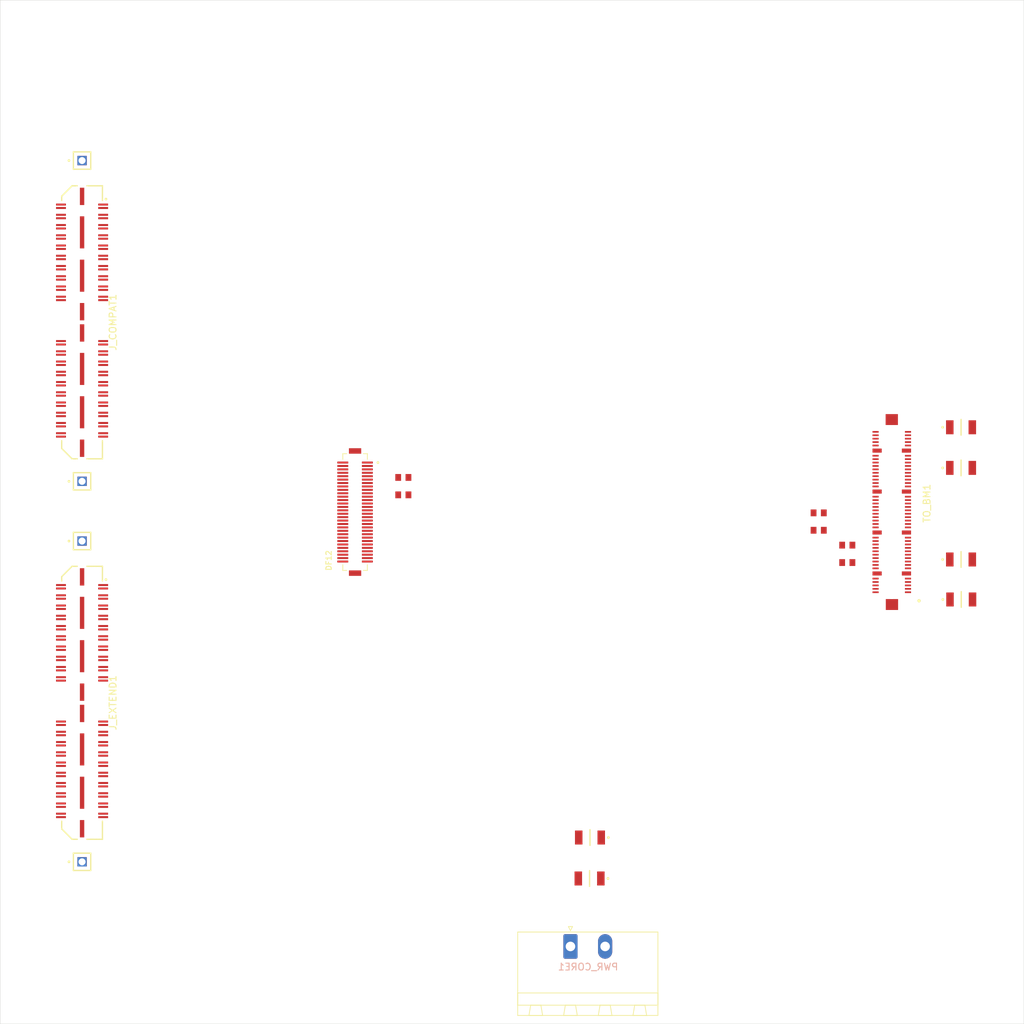
<source format=kicad_pcb>
(kicad_pcb (version 20241229) (generator "pcbnew") (generator_version "9.0")
  (layers (0 "F.Cu" signal) (2 "B.Cu" signal) (13 "F.Paste" user) (15 "B.Paste" user) (5 "F.SilkS" user "F.Silkscreen") (7 "B.SilkS" user "B.Silkscreen") (1 "F.Mask" user) (3 "B.Mask" user) (25 "Edge.Cuts" user))
  (net 0 "")
  (net 1 "VDD")
  (net 2 "GND")
  (net 3 "/S2_CLK320_P")
  (net 4 "/S1_DAQ_X1_N")
  (net 5 "/S2_TRIG_1_N")
  (net 6 "/S1_TRIG_1_N")
  (net 7 "/S1_CLK320_P")
  (net 8 "/S1_TRIG_3_P")
  (net 9 "/S1_DAQ_X1_P")
  (net 10 "/S1_ERR")
  (net 11 "/S1_TRIG_0_N")
  (net 12 "/DF12_RTD")
  (net 13 "/DF12_S1_PROBE_DC")
  (net 14 "/DF12_I2C_SCL")
  (net 15 "/DF12_S2_HGCROC_RE_SB")
  (net 16 "/S2_FCMD_N")
  (net 17 "/DF12_PG_LDO")
  (net 18 "/S1_DAQ_X0_P")
  (net 19 "/DF12_S2_PROBE_DC")
  (net 20 "/S2_CLK320_N")
  (net 21 "/S1_CLK320_N")
  (net 22 "/S2_FCMD_P")
  (net 23 "/DF12_I2C_SDA")
  (net 24 "/S1_FCMD_N")
  (net 25 "/S1_TRIG_2_P")
  (net 26 "/S2_TRIG_0_P")
  (net 27 "/DF12_S1_HGCROC_RE_SB")
  (net 28 "/S2_DAQ_X0_N")
  (net 29 "/S1_TRIG_1_P")
  (net 30 "/DF12_VMON_LVS")
  (net 31 "/S2_DAQ_X0_P")
  (net 32 "/S2_TRIG_0_N")
  (net 33 "/S1_TRIG_2_N")
  (net 34 "/DF12_RTD_REF")
  (net 35 "/S1_TRIG_3_N")
  (net 36 "/S1_DAQ_X0_N")
  (net 37 "/DF12_PWR_EN_LDO")
  (net 38 "/S2_ERR")
  (net 39 "/DF12_HGCROC_RE_HB")
  (net 40 "/S2_TRIG_1_P")
  (net 41 "/S1_TRIG_0_P")
  (net 42 "/S1_FCMD_P")
  (net 44 "/VBRD")
  (net 47 "/HS_22_N")
  (net 49 "/HS_07_N")
  (net 51 "/HS_18_N")
  (net 52 "/HS_28_N")
  (net 56 "/HS_21_P")
  (net 57 "/HS_22_P")
  (net 59 "/HS_03_P")
  (net 64 "/HS_28_P")
  (net 65 "/HS_09_P")
  (net 70 "/HS_04_N")
  (net 71 "/ECON_D_RESET_B")
  (net 72 "/HS_24_P")
  (net 73 "/S3_PWR_PG")
  (net 74 "/HS_24_N")
  (net 75 "/HS_20_N")
  (net 77 "/ECON_D_SOFT_RESET_B")
  (net 78 "/HS_27_N")
  (net 79 "/HS_20_P")
  (net 81 "/HS_06_N")
  (net 82 "/HS_04_P")
  (net 83 "/ECON_T_RESET_B")
  (net 85 "/HS_23_P")
  (net 86 "/S3_PWR_EN")
  (net 89 "/HS_03_N")
  (net 90 "/HS_06_P")
  (net 91 "/HS_08_N")
  (net 92 "/HS_18_P")
  (net 93 "/HS_08_P")
  (net 94 "/HS_09_N")
  (net 95 "/HS_21_N")
  (net 98 "/HS_23_N")
  (net 99 "/HS_27_P")
  (net 100 "/ECON_T_SOFT_RESET_B")
  (net 101 "/HS_07_P")
  (net 104 "/HS_14_P")
  (net 105 "/HS_02_P")
  (net 109 "/BM28_I2C_SDA")
  (net 110 "/HS_12_N")
  (net 111 "/VADJ")
  (net 112 "/3V3D")
  (net 113 "/BM28_S1_HGCROC_RE_SB")
  (net 115 "/BM28_I2C_SCL")
  (net 117 "/HS_05_P")
  (net 119 "/ECON_D_ERROR_B")
  (net 120 "/HS_14_N")
  (net 121 "/BM28_VMON_LVS")
  (net 126 "/HS_11_N")
  (net 127 "/BM28_PWR_EN_LDO")
  (net 130 "/BM28_PROBE_DC")
  (net 131 "/HS_12_P")
  (net 133 "/HS_10_N")
  (net 134 "/BM28_RTD")
  (net 135 "/BM28_HGCROC_RE_HB")
  (net 138 "/HS_01_N")
  (net 139 "/HS_11_P")
  (net 147 "/HS_05_N")
  (net 155 "/BM28_PG_LDO")
  (net 156 "/HS_01_P")
  (net 162 "/HS_02_N")
  (net 163 "/HS_10_P")
  (net 164 "/MGND")
  (net 165 "/BM28_S2_HGCROC_RE_SB")
  (net 166 "/BM28_RTD_REF")
  (net 167 "/TEST_0_P")
  (net 169 "/ECON_D_DAQ_OUT_P")
  (net 170 "/MUX1")
  (net 171 "/CLK320_IN_N")
  (net 172 "/TEST_0_N")
  (net 175 "/ECON_T_TRIG_OUT_0_P")
  (net 176 "/FCMD_IN_P")
  (net 177 "/ECON_T_TRIG_OUT_1_N")
  (net 180 "/ECON_T_TRIG_OUT_1_P")
  (net 181 "/TEST_IO")
  (net 182 "/CLK320_IN_P")
  (net 185 "/ECON_T_TRIG_OUT_0_N")
  (net 186 "/MUX0")
  (net 187 "/FCMD_IN_N")
  (net 188 "/ECON_D_DAQ_OUT_N")
  (footprint "PCMFootprints:22uF_Capacitor" (layer "F.Cu") (at 213 96.09)
    (property "Reference" "C2" (hide yes))
    (property "Value" "22uF" (hide yes))
    (pad "1" smd rect (at -1.65 0) (size 1.1 2.05) (layers "F.Cu" "F.Mask" "F.Paste") (net 1 "VDD"))
    (pad "2" smd rect (at 1.65 0) (size 1.1 2.05) (layers "F.Cu" "F.Mask" "F.Paste") (net 2 "GND"))
  )
  (footprint "PCMFootprints:RESC1608X50N" (layer "F.Cu") (at 196.33 93.99 180)
    (property "Reference" "R4" (hide yes))
    (property "Value" "ERJ-3EKF1002V" (hide yes))
    (pad "1" smd rect (at -0.75 0 180) (size 0.85 1) (layers "F.Cu" "F.Mask" "F.Paste") (net 83 "/ECON_T_RESET_B"))
    (pad "2" smd rect (at 0.75 0 180) (size 0.85 1) (layers "F.Cu" "F.Mask" "F.Paste") (net 1 "VDD"))
  )
  (footprint "Library:SAMTEC_QTH-040-01-L-D-DP-A" (layer "F.Cu") (at 84.21 61.34 -90)
    (property "Reference" "J_COMPAT1" (at 0 -4.515 90) (layer "F.SilkS"))
    (property "Value" "Samtec QTH-040")
    (pad "" np_thru_hole circle (at -19.24 -2.03 270) (size 1.02 1.02) (drill 1.02) (layers "*.Cu" "*.Mask"))
    (pad "" np_thru_hole circle (at 19.24 -2.03 270) (size 1.02 1.02) (drill 1.02) (layers "*.Cu" "*.Mask"))
    (pad "1" smd rect (at -17.25 -3.09 270) (size 0.3 1.45) (layers "F.Cu" "F.Mask" "F.Paste"))
    (pad "2" smd rect (at -17.25 3.09 270) (size 0.3 1.45) (layers "F.Cu" "F.Mask" "F.Paste") (net 2 "GND"))
    (pad "3" smd rect (at -16.75 -3.09 270) (size 0.3 1.45) (layers "F.Cu" "F.Mask" "F.Paste"))
    (pad "4" smd rect (at -16.75 3.09 270) (size 0.3 1.45) (layers "F.Cu" "F.Mask" "F.Paste") (net 2 "GND"))
    (pad "5" smd rect (at -15.75 -3.09 270) (size 0.3 1.45) (layers "F.Cu" "F.Mask" "F.Paste"))
    (pad "6" smd rect (at -15.75 3.09 270) (size 0.3 1.45) (layers "F.Cu" "F.Mask" "F.Paste") (net 44 "/VBRD"))
    (pad "7" smd rect (at -15.25 -3.09 270) (size 0.3 1.45) (layers "F.Cu" "F.Mask" "F.Paste"))
    (pad "8" smd rect (at -15.25 3.09 270) (size 0.3 1.45) (layers "F.Cu" "F.Mask" "F.Paste") (net 44 "/VBRD"))
    (pad "9" smd rect (at -14.25 -3.09 270) (size 0.3 1.45) (layers "F.Cu" "F.Mask" "F.Paste"))
    (pad "10" smd rect (at -14.25 3.09 270) (size 0.3 1.45) (layers "F.Cu" "F.Mask" "F.Paste") (net 44 "/VBRD"))
    (pad "11" smd rect (at -13.75 -3.09 270) (size 0.3 1.45) (layers "F.Cu" "F.Mask" "F.Paste"))
    (pad "12" smd rect (at -13.75 3.09 270) (size 0.3 1.45) (layers "F.Cu" "F.Mask" "F.Paste") (net 44 "/VBRD"))
    (pad "13" smd rect (at -12.75 -3.09 270) (size 0.3 1.45) (layers "F.Cu" "F.Mask" "F.Paste") (net 2 "GND"))
    (pad "14" smd rect (at -12.75 3.09 270) (size 0.3 1.45) (layers "F.Cu" "F.Mask" "F.Paste") (net 44 "/VBRD"))
    (pad "15" smd rect (at -12.25 -3.09 270) (size 0.3 1.45) (layers "F.Cu" "F.Mask" "F.Paste") (net 2 "GND"))
    (pad "16" smd rect (at -12.25 3.09 270) (size 0.3 1.45) (layers "F.Cu" "F.Mask" "F.Paste") (net 44 "/VBRD"))
    (pad "17" smd rect (at -11.25 -3.09 270) (size 0.3 1.45) (layers "F.Cu" "F.Mask" "F.Paste") (net 2 "GND"))
    (pad "18" smd rect (at -11.25 3.09 270) (size 0.3 1.45) (layers "F.Cu" "F.Mask" "F.Paste") (net 44 "/VBRD"))
    (pad "19" smd rect (at -10.75 -3.09 270) (size 0.3 1.45) (layers "F.Cu" "F.Mask" "F.Paste") (net 2 "GND"))
    (pad "20" smd rect (at -10.75 3.09 270) (size 0.3 1.45) (layers "F.Cu" "F.Mask" "F.Paste") (net 44 "/VBRD"))
    (pad "21" smd rect (at -9.75 -3.09 270) (size 0.3 1.45) (layers "F.Cu" "F.Mask" "F.Paste"))
    (pad "22" smd rect (at -9.75 3.09 270) (size 0.3 1.45) (layers "F.Cu" "F.Mask" "F.Paste") (net 44 "/VBRD"))
    (pad "23" smd rect (at -9.25 -3.09 270) (size 0.3 1.45) (layers "F.Cu" "F.Mask" "F.Paste"))
    (pad "24" smd rect (at -9.25 3.09 270) (size 0.3 1.45) (layers "F.Cu" "F.Mask" "F.Paste") (net 44 "/VBRD"))
    (pad "25" smd rect (at -8.25 -3.09 270) (size 0.3 1.45) (layers "F.Cu" "F.Mask" "F.Paste"))
    (pad "26" smd rect (at -8.25 3.09 270) (size 0.3 1.45) (layers "F.Cu" "F.Mask" "F.Paste") (net 44 "/VBRD"))
    (pad "27" smd rect (at -7.75 -3.09 270) (size 0.3 1.45) (layers "F.Cu" "F.Mask" "F.Paste"))
    (pad "28" smd rect (at -7.75 3.09 270) (size 0.3 1.45) (layers "F.Cu" "F.Mask" "F.Paste") (net 44 "/VBRD"))
    (pad "29" smd rect (at -6.75 -3.09 270) (size 0.3 1.45) (layers "F.Cu" "F.Mask" "F.Paste"))
    (pad "30" smd rect (at -6.75 3.09 270) (size 0.3 1.45) (layers "F.Cu" "F.Mask" "F.Paste"))
    (pad "31" smd rect (at -6.25 -3.09 270) (size 0.3 1.45) (layers "F.Cu" "F.Mask" "F.Paste"))
    (pad "32" smd rect (at -6.25 3.09 270) (size 0.3 1.45) (layers "F.Cu" "F.Mask" "F.Paste"))
    (pad "33" smd rect (at -5.25 -3.09 270) (size 0.3 1.45) (layers "F.Cu" "F.Mask" "F.Paste") (net 2 "GND"))
    (pad "34" smd rect (at -5.25 3.09 270) (size 0.3 1.45) (layers "F.Cu" "F.Mask" "F.Paste"))
    (pad "35" smd rect (at -4.75 -3.09 270) (size 0.3 1.45) (layers "F.Cu" "F.Mask" "F.Paste") (net 2 "GND"))
    (pad "36" smd rect (at -4.75 3.09 270) (size 0.3 1.45) (layers "F.Cu" "F.Mask" "F.Paste"))
    (pad "37" smd rect (at -3.75 -3.09 270) (size 0.3 1.45) (layers "F.Cu" "F.Mask" "F.Paste") (net 2 "GND"))
    (pad "38" smd rect (at -3.75 3.09 270) (size 0.3 1.45) (layers "F.Cu" "F.Mask" "F.Paste"))
    (pad "39" smd rect (at -3.25 -3.09 270) (size 0.3 1.45) (layers "F.Cu" "F.Mask" "F.Paste") (net 73 "/S3_PWR_PG"))
    (pad "40" smd rect (at -3.25 3.09 270) (size 0.3 1.45) (layers "F.Cu" "F.Mask" "F.Paste") (net 86 "/S3_PWR_EN"))
    (pad "41" smd rect (at 2.75 -3.09 270) (size 0.3 1.45) (layers "F.Cu" "F.Mask" "F.Paste") (net 85 "/HS_23_P"))
    (pad "42" smd rect (at 2.75 3.09 270) (size 0.3 1.45) (layers "F.Cu" "F.Mask" "F.Paste"))
    (pad "43" smd rect (at 3.25 -3.09 270) (size 0.3 1.45) (layers "F.Cu" "F.Mask" "F.Paste") (net 98 "/HS_23_N"))
    (pad "44" smd rect (at 3.25 3.09 270) (size 0.3 1.45) (layers "F.Cu" "F.Mask" "F.Paste"))
    (pad "45" smd rect (at 4.25 -3.09 270) (size 0.3 1.45) (layers "F.Cu" "F.Mask" "F.Paste") (net 99 "/HS_27_P"))
    (pad "46" smd rect (at 4.25 3.09 270) (size 0.3 1.45) (layers "F.Cu" "F.Mask" "F.Paste"))
    (pad "47" smd rect (at 4.75 -3.09 270) (size 0.3 1.45) (layers "F.Cu" "F.Mask" "F.Paste") (net 78 "/HS_27_N"))
    (pad "48" smd rect (at 4.75 3.09 270) (size 0.3 1.45) (layers "F.Cu" "F.Mask" "F.Paste"))
    (pad "49" smd rect (at 5.75 -3.09 270) (size 0.3 1.45) (layers "F.Cu" "F.Mask" "F.Paste") (net 72 "/HS_24_P"))
    (pad "50" smd rect (at 5.75 3.09 270) (size 0.3 1.45) (layers "F.Cu" "F.Mask" "F.Paste"))
    (pad "51" smd rect (at 6.25 -3.09 270) (size 0.3 1.45) (layers "F.Cu" "F.Mask" "F.Paste") (net 74 "/HS_24_N"))
    (pad "52" smd rect (at 6.25 3.09 270) (size 0.3 1.45) (layers "F.Cu" "F.Mask" "F.Paste"))
    (pad "53" smd rect (at 7.25 -3.09 270) (size 0.3 1.45) (layers "F.Cu" "F.Mask" "F.Paste") (net 82 "/HS_04_P"))
    (pad "54" smd rect (at 7.25 3.09 270) (size 0.3 1.45) (layers "F.Cu" "F.Mask" "F.Paste") (net 64 "/HS_28_P"))
    (pad "55" smd rect (at 7.75 -3.09 270) (size 0.3 1.45) (layers "F.Cu" "F.Mask" "F.Paste") (net 70 "/HS_04_N"))
    (pad "56" smd rect (at 7.75 3.09 270) (size 0.3 1.45) (layers "F.Cu" "F.Mask" "F.Paste") (net 52 "/HS_28_N"))
    (pad "57" smd rect (at 8.75 -3.09 270) (size 0.3 1.45) (layers "F.Cu" "F.Mask" "F.Paste") (net 59 "/HS_03_P"))
    (pad "58" smd rect (at 8.75 3.09 270) (size 0.3 1.45) (layers "F.Cu" "F.Mask" "F.Paste") (net 57 "/HS_22_P"))
    (pad "59" smd rect (at 9.25 -3.09 270) (size 0.3 1.45) (layers "F.Cu" "F.Mask" "F.Paste") (net 89 "/HS_03_N"))
    (pad "60" smd rect (at 9.25 3.09 270) (size 0.3 1.45) (layers "F.Cu" "F.Mask" "F.Paste") (net 47 "/HS_22_N"))
    (pad "61" smd rect (at 10.25 -3.09 270) (size 0.3 1.45) (layers "F.Cu" "F.Mask" "F.Paste") (net 90 "/HS_06_P"))
    (pad "62" smd rect (at 10.25 3.09 270) (size 0.3 1.45) (layers "F.Cu" "F.Mask" "F.Paste") (net 101 "/HS_07_P"))
    (pad "63" smd rect (at 10.75 -3.09 270) (size 0.3 1.45) (layers "F.Cu" "F.Mask" "F.Paste") (net 81 "/HS_06_N"))
    (pad "64" smd rect (at 10.75 3.09 270) (size 0.3 1.45) (layers "F.Cu" "F.Mask" "F.Paste") (net 49 "/HS_07_N"))
    (pad "65" smd rect (at 11.75 -3.09 270) (size 0.3 1.45) (layers "F.Cu" "F.Mask" "F.Paste") (net 79 "/HS_20_P"))
    (pad "66" smd rect (at 11.75 3.09 270) (size 0.3 1.45) (layers "F.Cu" "F.Mask" "F.Paste") (net 56 "/HS_21_P"))
    (pad "67" smd rect (at 12.25 -3.09 270) (size 0.3 1.45) (layers "F.Cu" "F.Mask" "F.Paste") (net 75 "/HS_20_N"))
    (pad "68" smd rect (at 12.25 3.09 270) (size 0.3 1.45) (layers "F.Cu" "F.Mask" "F.Paste") (net 95 "/HS_21_N"))
    (pad "69" smd rect (at 13.25 -3.09 270) (size 0.3 1.45) (layers "F.Cu" "F.Mask" "F.Paste") (net 93 "/HS_08_P"))
    (pad "70" smd rect (at 13.25 3.09 270) (size 0.3 1.45) (layers "F.Cu" "F.Mask" "F.Paste") (net 83 "/ECON_T_RESET_B"))
    (pad "71" smd rect (at 13.75 -3.09 270) (size 0.3 1.45) (layers "F.Cu" "F.Mask" "F.Paste") (net 91 "/HS_08_N"))
    (pad "72" smd rect (at 13.75 3.09 270) (size 0.3 1.45) (layers "F.Cu" "F.Mask" "F.Paste") (net 71 "/ECON_D_RESET_B"))
    (pad "73" smd rect (at 14.75 -3.09 270) (size 0.3 1.45) (layers "F.Cu" "F.Mask" "F.Paste") (net 65 "/HS_09_P"))
    (pad "74" smd rect (at 14.75 3.09 270) (size 0.3 1.45) (layers "F.Cu" "F.Mask" "F.Paste"))
    (pad "75" smd rect (at 15.25 -3.09 270) (size 0.3 1.45) (layers "F.Cu" "F.Mask" "F.Paste") (net 94 "/HS_09_N"))
    (pad "76" smd rect (at 15.25 3.09 270) (size 0.3 1.45) (layers "F.Cu" "F.Mask" "F.Paste"))
    (pad "77" smd rect (at 16.25 -3.09 270) (size 0.3 1.45) (layers "F.Cu" "F.Mask" "F.Paste") (net 92 "/HS_18_P"))
    (pad "78" smd rect (at 16.25 3.09 270) (size 0.3 1.45) (layers "F.Cu" "F.Mask" "F.Paste") (net 77 "/ECON_D_SOFT_RESET_B"))
    (pad "79" smd rect (at 16.75 -3.09 270) (size 0.3 1.45) (layers "F.Cu" "F.Mask" "F.Paste") (net 51 "/HS_18_N"))
    (pad "80" smd rect (at 16.75 3.09 270) (size 0.3 1.45) (layers "F.Cu" "F.Mask" "F.Paste") (net 100 "/ECON_T_SOFT_RESET_B"))
    (pad "G1" smd rect (at -18.45 0 270) (size 2.54 0.64) (layers "F.Cu" "F.Mask" "F.Paste") (net 2 "GND"))
    (pad "G2" smd rect (at -13.18 0 270) (size 4.7 0.64) (layers "F.Cu" "F.Mask" "F.Paste") (net 2 "GND"))
    (pad "G3" smd rect (at -6.83 0 270) (size 4.7 0.64) (layers "F.Cu" "F.Mask" "F.Paste") (net 2 "GND"))
    (pad "G4" smd rect (at -1.56 0 270) (size 2.54 0.64) (layers "F.Cu" "F.Mask" "F.Paste") (net 2 "GND"))
    (pad "G5" smd rect (at 1.56 0 270) (size 2.54 0.64) (layers "F.Cu" "F.Mask" "F.Paste") (net 2 "GND"))
    (pad "G6" smd rect (at 18.45 0 270) (size 2.54 0.64) (layers "F.Cu" "F.Mask" "F.Paste") (net 2 "GND"))
    (pad "G7" smd rect (at 6.83 0 270) (size 4.7 0.64) (layers "F.Cu" "F.Mask" "F.Paste") (net 2 "GND"))
    (pad "G8" smd rect (at 13.18 0 270) (size 4.7 0.64) (layers "F.Cu" "F.Mask" "F.Paste") (net 2 "GND"))
  )
  (footprint "PCMFootprints:22uF_Capacitor" (layer "F.Cu") (at 213 82.67)
    (property "Reference" "C1" (hide yes))
    (property "Value" "22uF" (hide yes))
    (pad "1" smd rect (at -1.65 0) (size 1.1 2.05) (layers "F.Cu" "F.Mask" "F.Paste") (net 1 "VDD"))
    (pad "2" smd rect (at 1.65 0) (size 1.1 2.05) (layers "F.Cu" "F.Mask" "F.Paste") (net 2 "GND"))
  )
  (footprint "PCMFootprints:SAMTEC_TSW-101-07-G-S (pin)" (layer "F.Cu") (at 84.21 84.64)
    (property "Reference" "TP2" (hide yes))
    (property "Value" "Samtec TSW-101-07-G-S" (hide yes))
    (pad "01" thru_hole rect (at 0 0) (size 1.37 1.37) (drill 1.02) (layers "*.Cu" "*.Mask"))
  )
  (footprint "PCMFootprints:RESC1608X50N" (layer "F.Cu") (at 192.14 89.26)
    (property "Reference" "R5" (hide yes))
    (property "Value" "ERJ-3EKF1002V" (hide yes))
    (pad "1" smd rect (at -0.75 0) (size 0.85 1) (layers "F.Cu" "F.Mask" "F.Paste") (net 77 "/ECON_D_SOFT_RESET_B"))
    (pad "2" smd rect (at 0.75 0) (size 0.85 1) (layers "F.Cu" "F.Mask" "F.Paste") (net 1 "VDD"))
  )
  (footprint "PCMFootprints:RESC1608X50N" (layer "F.Cu") (at 192.14 91.81)
    (property "Reference" "R6" (hide yes))
    (property "Value" "ERJ-3EKF1002V" (hide yes))
    (pad "1" smd rect (at -0.75 0) (size 0.85 1) (layers "F.Cu" "F.Mask" "F.Paste") (net 100 "/ECON_T_SOFT_RESET_B"))
    (pad "2" smd rect (at 0.75 0) (size 0.85 1) (layers "F.Cu" "F.Mask" "F.Paste") (net 1 "VDD"))
  )
  (footprint "Library:SAMTEC_QTH-040-01-L-D-DP-A" (layer "F.Cu") (at 84.21 117.09 -90)
    (property "Reference" "J_EXTEND1" (at 0 -4.515 90) (layer "F.SilkS"))
    (property "Value" "Samtec QTH-040")
    (pad "" np_thru_hole circle (at -19.24 -2.03 270) (size 1.02 1.02) (drill 1.02) (layers "*.Cu" "*.Mask"))
    (pad "" np_thru_hole circle (at 19.24 -2.03 270) (size 1.02 1.02) (drill 1.02) (layers "*.Cu" "*.Mask"))
    (pad "1" smd rect (at -17.25 -3.09 270) (size 0.3 1.45) (layers "F.Cu" "F.Mask" "F.Paste"))
    (pad "2" smd rect (at -17.25 3.09 270) (size 0.3 1.45) (layers "F.Cu" "F.Mask" "F.Paste") (net 156 "/HS_01_P"))
    (pad "3" smd rect (at -16.75 -3.09 270) (size 0.3 1.45) (layers "F.Cu" "F.Mask" "F.Paste") (net 164 "/MGND"))
    (pad "4" smd rect (at -16.75 3.09 270) (size 0.3 1.45) (layers "F.Cu" "F.Mask" "F.Paste") (net 138 "/HS_01_N"))
    (pad "5" smd rect (at -15.75 -3.09 270) (size 0.3 1.45) (layers "F.Cu" "F.Mask" "F.Paste") (net 119 "/ECON_D_ERROR_B"))
    (pad "6" smd rect (at -15.75 3.09 270) (size 0.3 1.45) (layers "F.Cu" "F.Mask" "F.Paste") (net 105 "/HS_02_P"))
    (pad "7" smd rect (at -15.25 -3.09 270) (size 0.3 1.45) (layers "F.Cu" "F.Mask" "F.Paste"))
    (pad "8" smd rect (at -15.25 3.09 270) (size 0.3 1.45) (layers "F.Cu" "F.Mask" "F.Paste") (net 162 "/HS_02_N"))
    (pad "9" smd rect (at -14.25 -3.09 270) (size 0.3 1.45) (layers "F.Cu" "F.Mask" "F.Paste"))
    (pad "10" smd rect (at -14.25 3.09 270) (size 0.3 1.45) (layers "F.Cu" "F.Mask" "F.Paste") (net 117 "/HS_05_P"))
    (pad "11" smd rect (at -13.75 -3.09 270) (size 0.3 1.45) (layers "F.Cu" "F.Mask" "F.Paste"))
    (pad "12" smd rect (at -13.75 3.09 270) (size 0.3 1.45) (layers "F.Cu" "F.Mask" "F.Paste") (net 147 "/HS_05_N"))
    (pad "13" smd rect (at -12.75 -3.09 270) (size 0.3 1.45) (layers "F.Cu" "F.Mask" "F.Paste"))
    (pad "14" smd rect (at -12.75 3.09 270) (size 0.3 1.45) (layers "F.Cu" "F.Mask" "F.Paste") (net 163 "/HS_10_P"))
    (pad "15" smd rect (at -12.25 -3.09 270) (size 0.3 1.45) (layers "F.Cu" "F.Mask" "F.Paste"))
    (pad "16" smd rect (at -12.25 3.09 270) (size 0.3 1.45) (layers "F.Cu" "F.Mask" "F.Paste") (net 133 "/HS_10_N"))
    (pad "17" smd rect (at -11.25 -3.09 270) (size 0.3 1.45) (layers "F.Cu" "F.Mask" "F.Paste"))
    (pad "18" smd rect (at -11.25 3.09 270) (size 0.3 1.45) (layers "F.Cu" "F.Mask" "F.Paste"))
    (pad "19" smd rect (at -10.75 -3.09 270) (size 0.3 1.45) (layers "F.Cu" "F.Mask" "F.Paste"))
    (pad "20" smd rect (at -10.75 3.09 270) (size 0.3 1.45) (layers "F.Cu" "F.Mask" "F.Paste"))
    (pad "21" smd rect (at -9.75 -3.09 270) (size 0.3 1.45) (layers "F.Cu" "F.Mask" "F.Paste"))
    (pad "22" smd rect (at -9.75 3.09 270) (size 0.3 1.45) (layers "F.Cu" "F.Mask" "F.Paste") (net 139 "/HS_11_P"))
    (pad "23" smd rect (at -9.25 -3.09 270) (size 0.3 1.45) (layers "F.Cu" "F.Mask" "F.Paste"))
    (pad "24" smd rect (at -9.25 3.09 270) (size 0.3 1.45) (layers "F.Cu" "F.Mask" "F.Paste") (net 126 "/HS_11_N"))
    (pad "25" smd rect (at -8.25 -3.09 270) (size 0.3 1.45) (layers "F.Cu" "F.Mask" "F.Paste"))
    (pad "26" smd rect (at -8.25 3.09 270) (size 0.3 1.45) (layers "F.Cu" "F.Mask" "F.Paste") (net 131 "/HS_12_P"))
    (pad "27" smd rect (at -7.75 -3.09 270) (size 0.3 1.45) (layers "F.Cu" "F.Mask" "F.Paste"))
    (pad "28" smd rect (at -7.75 3.09 270) (size 0.3 1.45) (layers "F.Cu" "F.Mask" "F.Paste") (net 110 "/HS_12_N"))
    (pad "29" smd rect (at -6.75 -3.09 270) (size 0.3 1.45) (layers "F.Cu" "F.Mask" "F.Paste") (net 38 "/S2_ERR"))
    (pad "30" smd rect (at -6.75 3.09 270) (size 0.3 1.45) (layers "F.Cu" "F.Mask" "F.Paste") (net 104 "/HS_14_P"))
    (pad "31" smd rect (at -6.25 -3.09 270) (size 0.3 1.45) (layers "F.Cu" "F.Mask" "F.Paste") (net 19 "/DF12_S2_PROBE_DC"))
    (pad "32" smd rect (at -6.25 3.09 270) (size 0.3 1.45) (layers "F.Cu" "F.Mask" "F.Paste") (net 120 "/HS_14_N"))
    (pad "33" smd rect (at -5.25 -3.09 270) (size 0.3 1.45) (layers "F.Cu" "F.Mask" "F.Paste") (net 15 "/DF12_S2_HGCROC_RE_SB"))
    (pad "34" smd rect (at -5.25 3.09 270) (size 0.3 1.45) (layers "F.Cu" "F.Mask" "F.Paste") (net 17 "/DF12_PG_LDO"))
    (pad "35" smd rect (at -4.75 -3.09 270) (size 0.3 1.45) (layers "F.Cu" "F.Mask" "F.Paste") (net 39 "/DF12_HGCROC_RE_HB"))
    (pad "36" smd rect (at -4.75 3.09 270) (size 0.3 1.45) (layers "F.Cu" "F.Mask" "F.Paste") (net 30 "/DF12_VMON_LVS"))
    (pad "37" smd rect (at -3.75 -3.09 270) (size 0.3 1.45) (layers "F.Cu" "F.Mask" "F.Paste") (net 111 "/VADJ"))
    (pad "38" smd rect (at -3.75 3.09 270) (size 0.3 1.45) (layers "F.Cu" "F.Mask" "F.Paste") (net 112 "/3V3D"))
    (pad "39" smd rect (at -3.25 -3.09 270) (size 0.3 1.45) (layers "F.Cu" "F.Mask" "F.Paste") (net 111 "/VADJ"))
    (pad "40" smd rect (at -3.25 3.09 270) (size 0.3 1.45) (layers "F.Cu" "F.Mask" "F.Paste") (net 112 "/3V3D"))
    (pad "41" smd rect (at 2.75 -3.09 270) (size 0.3 1.45) (layers "F.Cu" "F.Mask" "F.Paste"))
    (pad "42" smd rect (at 2.75 3.09 270) (size 0.3 1.45) (layers "F.Cu" "F.Mask" "F.Paste") (net 37 "/DF12_PWR_EN_LDO"))
    (pad "43" smd rect (at 3.25 -3.09 270) (size 0.3 1.45) (layers "F.Cu" "F.Mask" "F.Paste"))
    (pad "44" smd rect (at 3.25 3.09 270) (size 0.3 1.45) (layers "F.Cu" "F.Mask" "F.Paste") (net 27 "/DF12_S1_HGCROC_RE_SB"))
    (pad "45" smd rect (at 4.25 -3.09 270) (size 0.3 1.45) (layers "F.Cu" "F.Mask" "F.Paste") (net 113 "/BM28_S1_HGCROC_RE_SB"))
    (pad "46" smd rect (at 4.25 3.09 270) (size 0.3 1.45) (layers "F.Cu" "F.Mask" "F.Paste") (net 13 "/DF12_S1_PROBE_DC"))
    (pad "47" smd rect (at 4.75 -3.09 270) (size 0.3 1.45) (layers "F.Cu" "F.Mask" "F.Paste") (net 165 "/BM28_S2_HGCROC_RE_SB"))
    (pad "48" smd rect (at 4.75 3.09 270) (size 0.3 1.45) (layers "F.Cu" "F.Mask" "F.Paste") (net 10 "/S1_ERR"))
    (pad "49" smd rect (at 5.75 -3.09 270) (size 0.3 1.45) (layers "F.Cu" "F.Mask" "F.Paste"))
    (pad "50" smd rect (at 5.75 3.09 270) (size 0.3 1.45) (layers "F.Cu" "F.Mask" "F.Paste") (net 12 "/DF12_RTD"))
    (pad "51" smd rect (at 6.25 -3.09 270) (size 0.3 1.45) (layers "F.Cu" "F.Mask" "F.Paste"))
    (pad "52" smd rect (at 6.25 3.09 270) (size 0.3 1.45) (layers "F.Cu" "F.Mask" "F.Paste") (net 34 "/DF12_RTD_REF"))
    (pad "53" smd rect (at 7.25 -3.09 270) (size 0.3 1.45) (layers "F.Cu" "F.Mask" "F.Paste"))
    (pad "54" smd rect (at 7.25 3.09 270) (size 0.3 1.45) (layers "F.Cu" "F.Mask" "F.Paste"))
    (pad "55" smd rect (at 7.75 -3.09 270) (size 0.3 1.45) (layers "F.Cu" "F.Mask" "F.Paste"))
    (pad "56" smd rect (at 7.75 3.09 270) (size 0.3 1.45) (layers "F.Cu" "F.Mask" "F.Paste"))
    (pad "57" smd rect (at 8.75 -3.09 270) (size 0.3 1.45) (layers "F.Cu" "F.Mask" "F.Paste"))
    (pad "58" smd rect (at 8.75 3.09 270) (size 0.3 1.45) (layers "F.Cu" "F.Mask" "F.Paste"))
    (pad "59" smd rect (at 9.25 -3.09 270) (size 0.3 1.45) (layers "F.Cu" "F.Mask" "F.Paste"))
    (pad "60" smd rect (at 9.25 3.09 270) (size 0.3 1.45) (layers "F.Cu" "F.Mask" "F.Paste"))
    (pad "61" smd rect (at 10.25 -3.09 270) (size 0.3 1.45) (layers "F.Cu" "F.Mask" "F.Paste") (net 14 "/DF12_I2C_SCL"))
    (pad "62" smd rect (at 10.25 3.09 270) (size 0.3 1.45) (layers "F.Cu" "F.Mask" "F.Paste") (net 135 "/BM28_HGCROC_RE_HB"))
    (pad "63" smd rect (at 10.75 -3.09 270) (size 0.3 1.45) (layers "F.Cu" "F.Mask" "F.Paste") (net 23 "/DF12_I2C_SDA"))
    (pad "64" smd rect (at 10.75 3.09 270) (size 0.3 1.45) (layers "F.Cu" "F.Mask" "F.Paste") (net 155 "/BM28_PG_LDO"))
    (pad "65" smd rect (at 11.75 -3.09 270) (size 0.3 1.45) (layers "F.Cu" "F.Mask" "F.Paste") (net 115 "/BM28_I2C_SCL"))
    (pad "66" smd rect (at 11.75 3.09 270) (size 0.3 1.45) (layers "F.Cu" "F.Mask" "F.Paste") (net 127 "/BM28_PWR_EN_LDO"))
    (pad "67" smd rect (at 12.25 -3.09 270) (size 0.3 1.45) (layers "F.Cu" "F.Mask" "F.Paste") (net 109 "/BM28_I2C_SDA"))
    (pad "68" smd rect (at 12.25 3.09 270) (size 0.3 1.45) (layers "F.Cu" "F.Mask" "F.Paste") (net 121 "/BM28_VMON_LVS"))
    (pad "69" smd rect (at 13.25 -3.09 270) (size 0.3 1.45) (layers "F.Cu" "F.Mask" "F.Paste"))
    (pad "70" smd rect (at 13.25 3.09 270) (size 0.3 1.45) (layers "F.Cu" "F.Mask" "F.Paste"))
    (pad "71" smd rect (at 13.75 -3.09 270) (size 0.3 1.45) (layers "F.Cu" "F.Mask" "F.Paste"))
    (pad "72" smd rect (at 13.75 3.09 270) (size 0.3 1.45) (layers "F.Cu" "F.Mask" "F.Paste"))
    (pad "73" smd rect (at 14.75 -3.09 270) (size 0.3 1.45) (layers "F.Cu" "F.Mask" "F.Paste"))
    (pad "74" smd rect (at 14.75 3.09 270) (size 0.3 1.45) (layers "F.Cu" "F.Mask" "F.Paste"))
    (pad "75" smd rect (at 15.25 -3.09 270) (size 0.3 1.45) (layers "F.Cu" "F.Mask" "F.Paste"))
    (pad "76" smd rect (at 15.25 3.09 270) (size 0.3 1.45) (layers "F.Cu" "F.Mask" "F.Paste"))
    (pad "77" smd rect (at 16.25 -3.09 270) (size 0.3 1.45) (layers "F.Cu" "F.Mask" "F.Paste") (net 130 "/BM28_PROBE_DC"))
    (pad "78" smd rect (at 16.25 3.09 270) (size 0.3 1.45) (layers "F.Cu" "F.Mask" "F.Paste") (net 166 "/BM28_RTD_REF"))
    (pad "79" smd rect (at 16.75 -3.09 270) (size 0.3 1.45) (layers "F.Cu" "F.Mask" "F.Paste"))
    (pad "80" smd rect (at 16.75 3.09 270) (size 0.3 1.45) (layers "F.Cu" "F.Mask" "F.Paste") (net 134 "/BM28_RTD"))
    (pad "G1" smd rect (at -18.45 0 270) (size 2.54 0.64) (layers "F.Cu" "F.Mask" "F.Paste") (net 2 "GND"))
    (pad "G2" smd rect (at -13.18 0 270) (size 4.7 0.64) (layers "F.Cu" "F.Mask" "F.Paste") (net 2 "GND"))
    (pad "G3" smd rect (at -6.83 0 270) (size 4.7 0.64) (layers "F.Cu" "F.Mask" "F.Paste") (net 2 "GND"))
    (pad "G4" smd rect (at -1.56 0 270) (size 2.54 0.64) (layers "F.Cu" "F.Mask" "F.Paste") (net 2 "GND"))
    (pad "G5" smd rect (at 1.56 0 270) (size 2.54 0.64) (layers "F.Cu" "F.Mask" "F.Paste") (net 2 "GND"))
    (pad "G6" smd rect (at 18.45 0 270) (size 2.54 0.64) (layers "F.Cu" "F.Mask" "F.Paste") (net 2 "GND"))
    (pad "G7" smd rect (at 6.83 0 270) (size 4.7 0.64) (layers "F.Cu" "F.Mask" "F.Paste") (net 2 "GND"))
    (pad "G8" smd rect (at 13.18 0 270) (size 4.7 0.64) (layers "F.Cu" "F.Mask" "F.Paste") (net 2 "GND"))
  )
  (footprint "PCMFootprints:22uF_Capacitor" (layer "F.Cu") (at 158.63 136.83 180)
    (property "Reference" "C6" (hide yes))
    (property "Value" "22uF" (hide yes))
    (pad "1" smd rect (at -1.65 0 180) (size 1.1 2.05) (layers "F.Cu" "F.Mask" "F.Paste") (net 2 "GND"))
    (pad "2" smd rect (at 1.65 0 180) (size 1.1 2.05) (layers "F.Cu" "F.Mask" "F.Paste") (net 1 "VDD"))
  )
  (footprint "Library:HIROSE_FX11A-80P-8-SV" (layer "F.Cu") (at 202.85 89.14 90)
    (property "Reference" "TO_BM1" (at 1.28 5.145 90) (layer "F.SilkS"))
    (property "Value" "FX11A-80P8" (hide yes))
    (pad "" np_thru_hole circle (at -12 0 90) (size 1 1) (drill 1) (layers "*.Cu" "*.Mask"))
    (pad "" np_thru_hole circle (at 12 0 90) (size 0.9 0.9) (drill 0.9) (layers "*.Cu" "*.Mask"))
    (pad "1" smd rect (at -11.75 2.375 270) (size 0.25 0.9) (layers "F.Cu" "F.Mask" "F.Paste"))
    (pad "2" smd rect (at -11.75 -2.375 270) (size 0.25 0.9) (layers "F.Cu" "F.Mask" "F.Paste"))
    (pad "3" smd rect (at -11.25 2.375 270) (size 0.25 0.9) (layers "F.Cu" "F.Mask" "F.Paste") (net 169 "/ECON_D_DAQ_OUT_P"))
    (pad "4" smd rect (at -11.25 -2.375 270) (size 0.25 0.9) (layers "F.Cu" "F.Mask" "F.Paste") (net 2 "GND"))
    (pad "5" smd rect (at -10.75 2.375 270) (size 0.25 0.9) (layers "F.Cu" "F.Mask" "F.Paste") (net 2 "GND"))
    (pad "6" smd rect (at -10.75 -2.375 270) (size 0.25 0.9) (layers "F.Cu" "F.Mask" "F.Paste"))
    (pad "7" smd rect (at -10.25 2.375 270) (size 0.25 0.9) (layers "F.Cu" "F.Mask" "F.Paste") (net 188 "/ECON_D_DAQ_OUT_N"))
    (pad "8" smd rect (at -10.25 -2.375 270) (size 0.25 0.9) (layers "F.Cu" "F.Mask" "F.Paste") (net 2 "GND"))
    (pad "9" smd rect (at -9.75 2.375 270) (size 0.25 0.9) (layers "F.Cu" "F.Mask" "F.Paste") (net 2 "GND"))
    (pad "10" smd rect (at -9.75 -2.375 270) (size 0.25 0.9) (layers "F.Cu" "F.Mask" "F.Paste"))
    (pad "11" smd rect (at -8.25 2.375 270) (size 0.25 0.9) (layers "F.Cu" "F.Mask" "F.Paste") (net 175 "/ECON_T_TRIG_OUT_0_P"))
    (pad "12" smd rect (at -8.25 -2.375 270) (size 0.25 0.9) (layers "F.Cu" "F.Mask" "F.Paste") (net 115 "/BM28_I2C_SCL"))
    (pad "13" smd rect (at -7.75 2.375 270) (size 0.25 0.9) (layers "F.Cu" "F.Mask" "F.Paste") (net 2 "GND"))
    (pad "14" smd rect (at -7.75 -2.375 270) (size 0.25 0.9) (layers "F.Cu" "F.Mask" "F.Paste") (net 2 "GND"))
    (pad "15" smd rect (at -7.25 2.375 270) (size 0.25 0.9) (layers "F.Cu" "F.Mask" "F.Paste") (net 185 "/ECON_T_TRIG_OUT_0_N"))
    (pad "16" smd rect (at -7.25 -2.375 270) (size 0.25 0.9) (layers "F.Cu" "F.Mask" "F.Paste") (net 109 "/BM28_I2C_SDA"))
    (pad "17" smd rect (at -6.75 2.375 270) (size 0.25 0.9) (layers "F.Cu" "F.Mask" "F.Paste") (net 2 "GND"))
    (pad "18" smd rect (at -6.75 -2.375 270) (size 0.25 0.9) (layers "F.Cu" "F.Mask" "F.Paste") (net 2 "GND"))
    (pad "19" smd rect (at -6.25 2.375 270) (size 0.25 0.9) (layers "F.Cu" "F.Mask" "F.Paste") (net 180 "/ECON_T_TRIG_OUT_1_P"))
    (pad "20" smd rect (at -6.25 -2.375 270) (size 0.25 0.9) (layers "F.Cu" "F.Mask" "F.Paste") (net 119 "/ECON_D_ERROR_B"))
    (pad "21" smd rect (at -5.75 2.375 270) (size 0.25 0.9) (layers "F.Cu" "F.Mask" "F.Paste") (net 2 "GND"))
    (pad "22" smd rect (at -5.75 -2.375 270) (size 0.25 0.9) (layers "F.Cu" "F.Mask" "F.Paste") (net 2 "GND"))
    (pad "23" smd rect (at -5.25 2.375 270) (size 0.25 0.9) (layers "F.Cu" "F.Mask" "F.Paste") (net 177 "/ECON_T_TRIG_OUT_1_N"))
    (pad "24" smd rect (at -5.25 -2.375 270) (size 0.25 0.9) (layers "F.Cu" "F.Mask" "F.Paste") (net 71 "/ECON_D_RESET_B"))
    (pad "25" smd rect (at -4.75 2.375 270) (size 0.25 0.9) (layers "F.Cu" "F.Mask" "F.Paste") (net 2 "GND"))
    (pad "26" smd rect (at -4.75 -2.375 270) (size 0.25 0.9) (layers "F.Cu" "F.Mask" "F.Paste") (net 2 "GND"))
    (pad "27" smd rect (at -4.25 2.375 270) (size 0.25 0.9) (layers "F.Cu" "F.Mask" "F.Paste") (net 1 "VDD"))
    (pad "28" smd rect (at -4.25 -2.375 270) (size 0.25 0.9) (layers "F.Cu" "F.Mask" "F.Paste") (net 83 "/ECON_T_RESET_B"))
    (pad "29" smd rect (at -3.75 2.375 270) (size 0.25 0.9) (layers "F.Cu" "F.Mask" "F.Paste") (net 1 "VDD"))
    (pad "30" smd rect (at -3.75 -2.375 270) (size 0.25 0.9) (layers "F.Cu" "F.Mask" "F.Paste") (net 2 "GND"))
    (pad "31" smd rect (at -2.25 2.375 270) (size 0.25 0.9) (layers "F.Cu" "F.Mask" "F.Paste") (net 1 "VDD"))
    (pad "32" smd rect (at -2.25 -2.375 270) (size 0.25 0.9) (layers "F.Cu" "F.Mask" "F.Paste") (net 2 "GND"))
    (pad "33" smd rect (at -1.75 2.375 270) (size 0.25 0.9) (layers "F.Cu" "F.Mask" "F.Paste") (net 2 "GND"))
    (pad "34" smd rect (at -1.75 -2.375 270) (size 0.25 0.9) (layers "F.Cu" "F.Mask" "F.Paste") (net 77 "/ECON_D_SOFT_RESET_B"))
    (pad "35" smd rect (at -1.25 2.375 270) (size 0.25 0.9) (layers "F.Cu" "F.Mask" "F.Paste") (net 182 "/CLK320_IN_P"))
    (pad "36" smd rect (at -1.25 -2.375 270) (size 0.25 0.9) (layers "F.Cu" "F.Mask" "F.Paste") (net 2 "GND"))
    (pad "37" smd rect (at -0.75 2.375 270) (size 0.25 0.9) (layers "F.Cu" "F.Mask" "F.Paste") (net 2 "GND"))
    (pad "38" smd rect (at -0.75 -2.375 270) (size 0.25 0.9) (layers "F.Cu" "F.Mask" "F.Paste") (net 100 "/ECON_T_SOFT_RESET_B"))
    (pad "39" smd rect (at -0.25 2.375 270) (size 0.25 0.9) (layers "F.Cu" "F.Mask" "F.Paste") (net 171 "/CLK320_IN_N"))
    (pad "40" smd rect (at -0.25 -2.375 270) (size 0.25 0.9) (layers "F.Cu" "F.Mask" "F.Paste") (net 2 "GND"))
    (pad "41" smd rect (at 0.25 2.375 270) (size 0.25 0.9) (layers "F.Cu" "F.Mask" "F.Paste") (net 2 "GND"))
    (pad "42" smd rect (at 0.25 -2.375 270) (size 0.25 0.9) (layers "F.Cu" "F.Mask" "F.Paste"))
    (pad "43" smd rect (at 0.75 2.375 270) (size 0.25 0.9) (layers "F.Cu" "F.Mask" "F.Paste") (net 176 "/FCMD_IN_P"))
    (pad "44" smd rect (at 0.75 -2.375 270) (size 0.25 0.9) (layers "F.Cu" "F.Mask" "F.Paste") (net 2 "GND"))
    (pad "45" smd rect (at 1.25 2.375 270) (size 0.25 0.9) (layers "F.Cu" "F.Mask" "F.Paste") (net 2 "GND"))
    (pad "46" smd rect (at 1.25 -2.375 270) (size 0.25 0.9) (layers "F.Cu" "F.Mask" "F.Paste") (net 113 "/BM28_S1_HGCROC_RE_SB"))
    (pad "47" smd rect (at 1.75 2.375 270) (size 0.25 0.9) (layers "F.Cu" "F.Mask" "F.Paste") (net 187 "/FCMD_IN_N"))
    (pad "48" smd rect (at 1.75 -2.375 270) (size 0.25 0.9) (layers "F.Cu" "F.Mask" "F.Paste") (net 2 "GND"))
    (pad "49" smd rect (at 2.25 2.375 270) (size 0.25 0.9) (layers "F.Cu" "F.Mask" "F.Paste") (net 2 "GND"))
    (pad "50" smd rect (at 2.25 -2.375 270) (size 0.25 0.9) (layers "F.Cu" "F.Mask" "F.Paste") (net 165 "/BM28_S2_HGCROC_RE_SB"))
    (pad "51" smd rect (at 3.75 2.375 270) (size 0.25 0.9) (layers "F.Cu" "F.Mask" "F.Paste") (net 170 "/MUX1"))
    (pad "52" smd rect (at 3.75 -2.375 270) (size 0.25 0.9) (layers "F.Cu" "F.Mask" "F.Paste") (net 135 "/BM28_HGCROC_RE_HB"))
    (pad "53" smd rect (at 4.25 2.375 270) (size 0.25 0.9) (layers "F.Cu" "F.Mask" "F.Paste") (net 186 "/MUX0"))
    (pad "54" smd rect (at 4.25 -2.375 270) (size 0.25 0.9) (layers "F.Cu" "F.Mask" "F.Paste") (net 2 "GND"))
    (pad "55" smd rect (at 4.75 2.375 270) (size 0.25 0.9) (layers "F.Cu" "F.Mask" "F.Paste") (net 2 "GND"))
    (pad "56" smd rect (at 4.75 -2.375 270) (size 0.25 0.9) (layers "F.Cu" "F.Mask" "F.Paste") (net 181 "/TEST_IO"))
    (pad "57" smd rect (at 5.25 2.375 270) (size 0.25 0.9) (layers "F.Cu" "F.Mask" "F.Paste") (net 167 "/TEST_0_P"))
    (pad "58" smd rect (at 5.25 -2.375 270) (size 0.25 0.9) (layers "F.Cu" "F.Mask" "F.Paste") (net 2 "GND"))
    (pad "59" smd rect (at 5.75 2.375 270) (size 0.25 0.9) (layers "F.Cu" "F.Mask" "F.Paste") (net 2 "GND"))
    (pad "60" smd rect (at 5.75 -2.375 270) (size 0.25 0.9) (layers "F.Cu" "F.Mask" "F.Paste") (net 155 "/BM28_PG_LDO"))
    (pad "61" smd rect (at 6.25 2.375 270) (size 0.25 0.9) (layers "F.Cu" "F.Mask" "F.Paste") (net 172 "/TEST_0_N"))
    (pad "62" smd rect (at 6.25 -2.375 270) (size 0.25 0.9) (layers "F.Cu" "F.Mask" "F.Paste") (net 2 "GND"))
    (pad "63" smd rect (at 6.75 2.375 270) (size 0.25 0.9) (layers "F.Cu" "F.Mask" "F.Paste") (net 2 "GND"))
    (pad "64" smd rect (at 6.75 -2.375 270) (size 0.25 0.9) (layers "F.Cu" "F.Mask" "F.Paste") (net 127 "/BM28_PWR_EN_LDO"))
    (pad "65" smd rect (at 7.25 2.375 270) (size 0.25 0.9) (layers "F.Cu" "F.Mask" "F.Paste") (net 130 "/BM28_PROBE_DC"))
    (pad "66" smd rect (at 7.25 -2.375 270) (size 0.25 0.9) (layers "F.Cu" "F.Mask" "F.Paste") (net 2 "GND"))
    (pad "67" smd rect (at 7.75 2.375 270) (size 0.25 0.9) (layers "F.Cu" "F.Mask" "F.Paste") (net 2 "GND"))
    (pad "68" smd rect (at 7.75 -2.375 270) (size 0.25 0.9) (layers "F.Cu" "F.Mask" "F.Paste") (net 121 "/BM28_VMON_LVS"))
    (pad "69" smd rect (at 8.25 2.375 270) (size 0.25 0.9) (layers "F.Cu" "F.Mask" "F.Paste") (net 134 "/BM28_RTD"))
    (pad "70" smd rect (at 8.25 -2.375 270) (size 0.25 0.9) (layers "F.Cu" "F.Mask" "F.Paste") (net 2 "GND"))
    (pad "71" smd rect (at 9.75 2.375 270) (size 0.25 0.9) (layers "F.Cu" "F.Mask" "F.Paste") (net 2 "GND"))
    (pad "72" smd rect (at 9.75 -2.375 270) (size 0.25 0.9) (layers "F.Cu" "F.Mask" "F.Paste") (net 2 "GND"))
    (pad "73" smd rect (at 10.25 2.375 270) (size 0.25 0.9) (layers "F.Cu" "F.Mask" "F.Paste") (net 166 "/BM28_RTD_REF"))
    (pad "74" smd rect (at 10.25 -2.375 270) (size 0.25 0.9) (layers "F.Cu" "F.Mask" "F.Paste"))
    (pad "75" smd rect (at 10.75 2.375 270) (size 0.25 0.9) (layers "F.Cu" "F.Mask" "F.Paste") (net 2 "GND"))
    (pad "76" smd rect (at 10.75 -2.375 270) (size 0.25 0.9) (layers "F.Cu" "F.Mask" "F.Paste") (net 2 "GND"))
    (pad "77" smd rect (at 11.25 2.375 270) (size 0.25 0.9) (layers "F.Cu" "F.Mask" "F.Paste") (net 164 "/MGND"))
    (pad "78" smd rect (at 11.25 -2.375 270) (size 0.25 0.9) (layers "F.Cu" "F.Mask" "F.Paste"))
    (pad "79" smd rect (at 11.75 2.375 270) (size 0.25 0.9) (layers "F.Cu" "F.Mask" "F.Paste") (net 2 "GND"))
    (pad "80" smd rect (at 11.75 -2.375 270) (size 0.25 0.9) (layers "F.Cu" "F.Mask" "F.Paste") (net 2 "GND"))
    (pad "81" smd rect (at 9 2.15 270) (size 0.6 1.35) (layers "F.Cu" "F.Mask" "F.Paste") (net 2 "GND"))
    (pad "82" smd rect (at 3 2.15 270) (size 0.6 1.35) (layers "F.Cu" "F.Mask" "F.Paste") (net 2 "GND"))
    (pad "83" smd rect (at -3 2.15 270) (size 0.6 1.35) (layers "F.Cu" "F.Mask" "F.Paste") (net 2 "GND"))
    (pad "84" smd rect (at -9 2.15 270) (size 0.6 1.35) (layers "F.Cu" "F.Mask" "F.Paste") (net 2 "GND"))
    (pad "85" smd rect (at -9 -2.15 270) (size 0.6 1.35) (layers "F.Cu" "F.Mask" "F.Paste") (net 2 "GND"))
    (pad "86" smd rect (at -3 -2.15 270) (size 0.6 1.35) (layers "F.Cu" "F.Mask" "F.Paste") (net 2 "GND"))
    (pad "87" smd rect (at 3 -2.15 270) (size 0.6 1.35) (layers "F.Cu" "F.Mask" "F.Paste") (net 2 "GND"))
    (pad "88" smd rect (at 9 -2.15 270) (size 0.6 1.35) (layers "F.Cu" "F.Mask" "F.Paste") (net 2 "GND"))
    (pad "GND1" smd rect (at -13.55 0.025 90) (size 1.6 1.8) (layers "F.Cu" "F.Mask" "F.Paste") (net 2 "GND"))
    (pad "GND2" smd rect (at 13.55 0 90) (size 1.6 1.8) (layers "F.Cu" "F.Mask" "F.Paste") (net 2 "GND"))
  )
  (footprint "PCMFootprints:22uF_Capacitor" (layer "F.Cu") (at 213.03 101.95)
    (property "Reference" "C4" (hide yes))
    (property "Value" "22uF" (hide yes))
    (pad "1" smd rect (at -1.65 0) (size 1.1 2.05) (layers "F.Cu" "F.Mask" "F.Paste") (net 2 "GND"))
    (pad "2" smd rect (at 1.65 0) (size 1.1 2.05) (layers "F.Cu" "F.Mask" "F.Paste") (net 1 "VDD"))
  )
  (footprint "PCMFootprints:22uF_Capacitor" (layer "F.Cu") (at 213 76.72)
    (property "Reference" "C3" (hide yes))
    (property "Value" "22uF" (hide yes))
    (pad "1" smd rect (at -1.65 0) (size 1.1 2.05) (layers "F.Cu" "F.Mask" "F.Paste") (net 2 "GND"))
    (pad "2" smd rect (at 1.65 0) (size 1.1 2.05) (layers "F.Cu" "F.Mask" "F.Paste") (net 1 "VDD"))
  )
  (footprint "PCMFootprints:SAMTEC_TSW-101-07-G-S (pin)" (layer "F.Cu") (at 84.21 37.64)
    (property "Reference" "TP1" (hide yes))
    (property "Value" "Samtec TSW-101-07-G-S" (hide yes))
    (pad "01" thru_hole rect (at 0 0) (size 1.37 1.37) (drill 1.02) (layers "*.Cu" "*.Mask"))
  )
  (footprint "PCMFootprints:SAMTEC_TSW-101-07-G-S (pin)" (layer "F.Cu") (at 84.21 140.39)
    (property "Reference" "TP_VBRD1" (hide yes))
    (property "Value" "Samtec TSW-101-07-G-S" (hide yes))
    (pad "01" thru_hole rect (at 0 0) (size 1.37 1.37) (drill 1.02) (layers "*.Cu" "*.Mask"))
  )
  (footprint "PCMFootprints:RESC1608X50N" (layer "F.Cu") (at 131.28 86.62 180)
    (property "Reference" "R1" (hide yes))
    (property "Value" "ERJ-3EKF1002V" (hide yes))
    (pad "1" smd rect (at -0.75 0 180) (size 0.85 1) (layers "F.Cu" "F.Mask" "F.Paste") (net 1 "VDD"))
    (pad "2" smd rect (at 0.75 0 180) (size 0.85 1) (layers "F.Cu" "F.Mask" "F.Paste") (net 14 "/DF12_I2C_SCL"))
  )
  (footprint "PCMFootprints:HRS_DF12NB-60DS-0.5V_51_" (layer "F.Cu") (at 124.21 89.14 90)
    (property "Reference" "DF12" (at -7.1 -3.85 90) (layer "F.SilkS") (effects (font (size 0.787402 0.787402))))
    (property "Value" "DF12 connector for HGCAL test boards for partial modules")
    (pad "1" smd rect (at 7.25 1.8 90) (size 0.3 1.6) (layers "F.Cu") (net 40 "/S2_TRIG_1_P"))
    (pad "2" smd rect (at 7.25 -1.8 90) (size 0.3 1.6) (layers "F.Cu") (net 3 "/S2_CLK320_P"))
    (pad "3" smd rect (at 6.75 1.8 90) (size 0.3 1.6) (layers "F.Cu") (net 5 "/S2_TRIG_1_N"))
    (pad "4" smd rect (at 6.75 -1.8 90) (size 0.3 1.6) (layers "F.Cu") (net 20 "/S2_CLK320_N"))
    (pad "5" smd rect (at 6.25 1.8 90) (size 0.3 1.6) (layers "F.Cu") (net 2 "GND"))
    (pad "6" smd rect (at 6.25 -1.8 90) (size 0.3 1.6) (layers "F.Cu") (net 2 "GND"))
    (pad "7" smd rect (at 5.75 1.8 90) (size 0.3 1.6) (layers "F.Cu") (net 14 "/DF12_I2C_SCL"))
    (pad "8" smd rect (at 5.75 -1.8 90) (size 0.3 1.6) (layers "F.Cu") (net 22 "/S2_FCMD_P"))
    (pad "9" smd rect (at 5.25 1.8 90) (size 0.3 1.6) (layers "F.Cu") (net 23 "/DF12_I2C_SDA"))
    (pad "10" smd rect (at 5.25 -1.8 90) (size 0.3 1.6) (layers "F.Cu") (net 16 "/S2_FCMD_N"))
    (pad "11" smd rect (at 4.75 1.8 90) (size 0.3 1.6) (layers "F.Cu") (net 1 "VDD"))
    (pad "12" smd rect (at 4.75 -1.8 90) (size 0.3 1.6) (layers "F.Cu") (net 2 "GND"))
    (pad "13" smd rect (at 4.25 1.8 90) (size 0.3 1.6) (layers "F.Cu") (net 1 "VDD"))
    (pad "14" smd rect (at 4.25 -1.8 90) (size 0.3 1.6) (layers "F.Cu") (net 31 "/S2_DAQ_X0_P"))
    (pad "15" smd rect (at 3.75 1.8 90) (size 0.3 1.6) (layers "F.Cu") (net 1 "VDD"))
    (pad "16" smd rect (at 3.75 -1.8 90) (size 0.3 1.6) (layers "F.Cu") (net 28 "/S2_DAQ_X0_N"))
    (pad "17" smd rect (at 3.25 1.8 90) (size 0.3 1.6) (layers "F.Cu") (net 1 "VDD"))
    (pad "18" smd rect (at 3.25 -1.8 90) (size 0.3 1.6) (layers "F.Cu") (net 2 "GND"))
    (pad "19" smd rect (at 2.75 1.8 90) (size 0.3 1.6) (layers "F.Cu") (net 1 "VDD"))
    (pad "20" smd rect (at 2.75 -1.8 90) (size 0.3 1.6) (layers "F.Cu") (net 26 "/S2_TRIG_0_P"))
    (pad "21" smd rect (at 2.25 1.8 90) (size 0.3 1.6) (layers "F.Cu") (net 1 "VDD"))
    (pad "22" smd rect (at 2.25 -1.8 90) (size 0.3 1.6) (layers "F.Cu") (net 32 "/S2_TRIG_0_N"))
    (pad "23" smd rect (at 1.75 1.8 90) (size 0.3 1.6) (layers "F.Cu") (net 1 "VDD"))
    (pad "24" smd rect (at 1.75 -1.8 90) (size 0.3 1.6) (layers "F.Cu") (net 2 "GND"))
    (pad "25" smd rect (at 1.25 1.8 90) (size 0.3 1.6) (layers "F.Cu") (net 38 "/S2_ERR"))
    (pad "26" smd rect (at 1.25 -1.8 90) (size 0.3 1.6) (layers "F.Cu") (net 35 "/S1_TRIG_3_N"))
    (pad "27" smd rect (at 0.75 1.8 90) (size 0.3 1.6) (layers "F.Cu") (net 19 "/DF12_S2_PROBE_DC"))
    (pad "28" smd rect (at 0.75 -1.8 90) (size 0.3 1.6) (layers "F.Cu") (net 8 "/S1_TRIG_3_P"))
    (pad "29" smd rect (at 0.25 1.8 90) (size 0.3 1.6) (layers "F.Cu") (net 15 "/DF12_S2_HGCROC_RE_SB"))
    (pad "30" smd rect (at 0.25 -1.8 90) (size 0.3 1.6) (layers "F.Cu") (net 2 "GND"))
    (pad "31" smd rect (at -0.25 1.8 90) (size 0.3 1.6) (layers "F.Cu") (net 39 "/DF12_HGCROC_RE_HB"))
    (pad "32" smd rect (at -0.25 -1.8 90) (size 0.3 1.6) (layers "F.Cu") (net 33 "/S1_TRIG_2_N"))
    (pad "33" smd rect (at -0.75 1.8 90) (size 0.3 1.6) (layers "F.Cu") (net 17 "/DF12_PG_LDO"))
    (pad "34" smd rect (at -0.75 -1.8 90) (size 0.3 1.6) (layers "F.Cu") (net 25 "/S1_TRIG_2_P"))
    (pad "35" smd rect (at -1.25 1.8 90) (size 0.3 1.6) (layers "F.Cu") (net 30 "/DF12_VMON_LVS"))
    (pad "36" smd rect (at -1.25 -1.8 90) (size 0.3 1.6) (layers "F.Cu") (net 2 "GND"))
    (pad "37" smd rect (at -1.75 1.8 90) (size 0.3 1.6) (layers "F.Cu") (net 37 "/DF12_PWR_EN_LDO"))
    (pad "38" smd rect (at -1.75 -1.8 90) (size 0.3 1.6) (layers "F.Cu") (net 4 "/S1_DAQ_X1_N"))
    (pad "39" smd rect (at -2.25 1.8 90) (size 0.3 1.6) (layers "F.Cu") (net 27 "/DF12_S1_HGCROC_RE_SB"))
    (pad "40" smd rect (at -2.25 -1.8 90) (size 0.3 1.6) (layers "F.Cu") (net 9 "/S1_DAQ_X1_P"))
    (pad "41" smd rect (at -2.75 1.8 90) (size 0.3 1.6) (layers "F.Cu") (net 13 "/DF12_S1_PROBE_DC"))
    (pad "42" smd rect (at -2.75 -1.8 90) (size 0.3 1.6) (layers "F.Cu") (net 2 "GND"))
    (pad "43" smd rect (at -3.25 1.8 90) (size 0.3 1.6) (layers "F.Cu") (net 10 "/S1_ERR"))
    (pad "44" smd rect (at -3.25 -1.8 90) (size 0.3 1.6) (layers "F.Cu") (net 7 "/S1_CLK320_P"))
    (pad "45" smd rect (at -3.75 1.8 90) (size 0.3 1.6) (layers "F.Cu") (net 12 "/DF12_RTD"))
    (pad "46" smd rect (at -3.75 -1.8 90) (size 0.3 1.6) (layers "F.Cu") (net 21 "/S1_CLK320_N"))
    (pad "47" smd rect (at -4.25 1.8 90) (size 0.3 1.6) (layers "F.Cu") (net 34 "/DF12_RTD_REF"))
    (pad "48" smd rect (at -4.25 -1.8 90) (size 0.3 1.6) (layers "F.Cu") (net 2 "GND"))
    (pad "49" smd rect (at -4.75 1.8 90) (size 0.3 1.6) (layers "F.Cu") (net 2 "GND"))
    (pad "50" smd rect (at -4.75 -1.8 90) (size 0.3 1.6) (layers "F.Cu") (net 42 "/S1_FCMD_P"))
    (pad "51" smd rect (at -5.25 1.8 90) (size 0.3 1.6) (layers "F.Cu") (net 6 "/S1_TRIG_1_N"))
    (pad "52" smd rect (at -5.25 -1.8 90) (size 0.3 1.6) (layers "F.Cu") (net 24 "/S1_FCMD_N"))
    (pad "53" smd rect (at -5.75 1.8 90) (size 0.3 1.6) (layers "F.Cu") (net 29 "/S1_TRIG_1_P"))
    (pad "54" smd rect (at -5.75 -1.8 90) (size 0.3 1.6) (layers "F.Cu") (net 2 "GND"))
    (pad "55" smd rect (at -6.25 1.8 90) (size 0.3 1.6) (layers "F.Cu") (net 2 "GND"))
    (pad "56" smd rect (at -6.25 -1.8 90) (size 0.3 1.6) (layers "F.Cu") (net 18 "/S1_DAQ_X0_P"))
    (pad "57" smd rect (at -6.75 1.8 90) (size 0.3 1.6) (layers "F.Cu") (net 11 "/S1_TRIG_0_N"))
    (pad "58" smd rect (at -6.75 -1.8 90) (size 0.3 1.6) (layers "F.Cu") (net 36 "/S1_DAQ_X0_N"))
    (pad "59" smd rect (at -7.25 1.8 90) (size 0.3 1.6) (layers "F.Cu") (net 41 "/S1_TRIG_0_P"))
    (pad "60" smd rect (at -7.25 -1.8 90) (size 0.3 1.6) (layers "F.Cu") (net 2 "GND"))
    (pad "S1" smd rect (at 8.95 0 90) (size 0.8 1.8) (layers "F.Cu" "F.Mask" "F.Paste"))
    (pad "S2" smd rect (at -8.95 0 90) (size 0.8 1.8) (layers "F.Cu" "F.Mask" "F.Paste"))
  )
  (footprint "Library:PhoenixContact_MSTB_2,5_2-GF-5,08_1x02_P5.08mm_Horizontal_ThreadedFlange" (layer "F.Cu") (at 155.77 152.79)
    (property "Reference" "PWR_CORE1" (at 2.58 3 180) (layer "B.SilkS") (effects (justify mirror)))
    (property "Value" "power_conn" (hide yes))
    (property "Description" "" (at 3.28 5.85 180) (layer "F.SilkS") (effects (font (size 0.5 0.5) (thickness 0.0625))))
    (pad "1" thru_hole roundrect (at 0 0) (size 2.08 3.6) (drill 1.4) (layers "*.Cu" "*.Paste" "*.Mask") (roundrect_rratio 0.120192) (net 1 "VDD"))
    (pad "2" thru_hole oval (at 5.08 0) (size 2.08 3.6) (drill 1.4) (layers "*.Cu" "*.Paste" "*.Mask") (net 2 "GND"))
  )
  (footprint "PCMFootprints:RESC1608X50N" (layer "F.Cu") (at 196.33 96.54 180)
    (property "Reference" "R3" (hide yes))
    (property "Value" "ERJ-3EKF1002V" (hide yes))
    (pad "1" smd rect (at -0.75 0 180) (size 0.85 1) (layers "F.Cu" "F.Mask" "F.Paste") (net 71 "/ECON_D_RESET_B"))
    (pad "2" smd rect (at 0.75 0 180) (size 0.85 1) (layers "F.Cu" "F.Mask" "F.Paste") (net 1 "VDD"))
  )
  (footprint "PCMFootprints:SAMTEC_TSW-101-07-G-S (pin)" (layer "F.Cu") (at 84.21 93.39)
    (property "Reference" "TP3" (hide yes))
    (property "Value" "Samtec TSW-101-07-G-S" (hide yes))
    (pad "01" thru_hole rect (at 0 0) (size 1.37 1.37) (drill 1.02) (layers "*.Cu" "*.Mask"))
  )
  (footprint "PCMFootprints:22uF_Capacitor" (layer "F.Cu") (at 158.57 142.83 180)
    (property "Reference" "C5" (hide yes))
    (property "Value" "22uF" (hide yes))
    (pad "1" smd rect (at -1.65 0 180) (size 1.1 2.05) (layers "F.Cu" "F.Mask" "F.Paste") (net 2 "GND"))
    (pad "2" smd rect (at 1.65 0 180) (size 1.1 2.05) (layers "F.Cu" "F.Mask" "F.Paste") (net 1 "VDD"))
  )
  (footprint "PCMFootprints:RESC1608X50N" (layer "F.Cu") (at 131.28 84.07 180)
    (property "Reference" "R2" (hide yes))
    (property "Value" "ERJ-3EKF1002V" (hide yes))
    (pad "1" smd rect (at -0.75 0 180) (size 0.85 1) (layers "F.Cu" "F.Mask" "F.Paste") (net 1 "VDD"))
    (pad "2" smd rect (at 0.75 0 180) (size 0.85 1) (layers "F.Cu" "F.Mask" "F.Paste") (net 23 "/DF12_I2C_SDA"))
  )
  (gr_rect (start 72.21 14.14) (end 222.21 164.14) (stroke (width 0.05)) (fill no) (layer "Edge.Cuts"))
)
</source>
